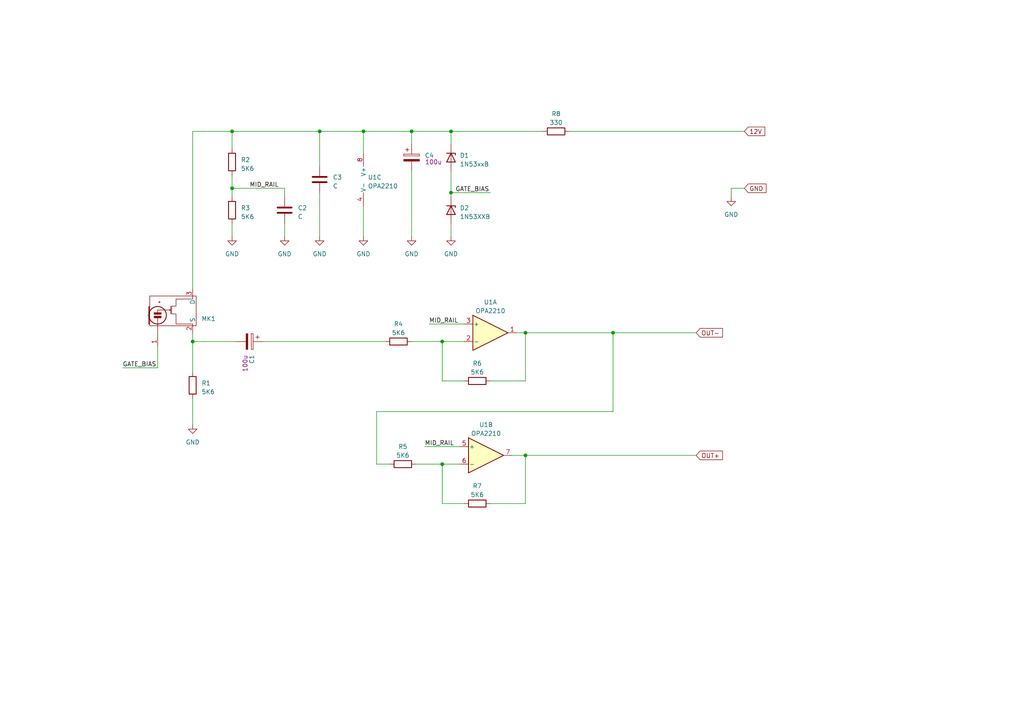
<source format=kicad_sch>
(kicad_sch (version 20230121) (generator eeschema)
  (paper "A4")
  (lib_symbols
    (symbol "Amplifier_Operational:OPA2210" (pin_names (offset 0.127))
      (property "Reference" "U" (at 0 5.08 0))
      (property "Value" "OPA2210" (at 0 -5.08 0))
      (symbol "OPA2210_1_1"
        (polyline (pts (xy -5.08 5.08) (xy 5.08 0) (xy -5.08 -5.08) (xy -5.08 5.08)) (stroke (width 0.254)) (fill (type background)))
        (pin output line (at 7.62 0 180) (length 2.54) (name "~") (number "1"))
        (pin input line (at -7.62 -2.54 0) (length 2.54) (name "-") (number "2"))
        (pin input line (at -7.62 2.54 0) (length 2.54) (name "+") (number "3"))
      )
      (symbol "OPA2210_2_1"
        (polyline (pts (xy -5.08 5.08) (xy 5.08 0) (xy -5.08 -5.08) (xy -5.08 5.08)) (stroke (width 0.254)) (fill (type background)))
        (pin input line (at -7.62 2.54 0) (length 2.54) (name "+") (number "5"))
        (pin input line (at -7.62 -2.54 0) (length 2.54) (name "-") (number "6"))
        (pin output line (at 7.62 0 180) (length 2.54) (name "~") (number "7"))
      )
      (symbol "OPA2210_3_1"
        (pin power_in line (at -2.54 -7.62 90) (length 3.81) (name "V-") (number "4"))
        (pin power_in line (at -2.54 7.62 270) (length 3.81) (name "V+") (number "8"))
      )
    )
    (symbol "Device:C" (pin_numbers hide) (pin_names (offset 0.254))
      (property "Reference" "C" (at 0.635 2.54 0))
      (property "Value" "C" (at 0.635 -2.54 0))
      (symbol "C_0_1"
        (polyline (pts (xy -2.032 -0.762) (xy 2.032 -0.762)) (stroke (width 0.508)))
        (polyline (pts (xy -2.032 0.762) (xy 2.032 0.762)) (stroke (width 0.508)))
      )
      (symbol "C_1_1"
        (pin passive line (at 0 3.81 270) (length 2.794) (name "~") (number "1"))
        (pin passive line (at 0 -3.81 90) (length 2.794) (name "~") (number "2"))
      )
    )
    (symbol "Device:C_Polarized" (pin_numbers hide) (pin_names (offset 0.254))
      (property "Reference" "C" (at 0.635 2.54 0))
      (property "Value" "C_Polarized" (at 0.635 -2.54 0))
      (symbol "C_Polarized_0_1"
        (rectangle (start -2.286 0.508) (end 2.286 1.016))
        (polyline (pts (xy -1.778 2.286) (xy -0.762 2.286)))
        (polyline (pts (xy -1.27 2.794) (xy -1.27 1.778)))
        (rectangle (start 2.286 -0.508) (end -2.286 -1.016) (fill (type outline)))
      )
      (symbol "C_Polarized_1_1"
        (pin passive line (at 0 3.81 270) (length 2.794) (name "~") (number "1"))
        (pin passive line (at 0 -3.81 90) (length 2.794) (name "~") (number "2"))
      )
    )
    (symbol "Device:Electret_3T"
      (property "Reference" "MK" (at -11.43 -1.27 0))
      (symbol "Electret_3T_0_1"
        (rectangle (start -8.636 4.318) (end 4.826 -4.318))
        (circle (center -6.35 -1.27) (radius 2.54) (stroke (width 0.254)))
        (rectangle (start -5.334 -1.524) (end -7.366 -2.032) (fill (type outline)))
        (rectangle (start -5.334 -0.508) (end -7.366 -1.016) (fill (type outline)))
        (polyline (pts (xy -8.89 1.27) (xy -8.89 -3.81)) (stroke (width 0.254)))
        (polyline (pts (xy -6.35 -7.62) (xy -6.35 -2.8194)))
        (polyline (pts (xy -6.35 -2.032) (xy -6.35 -2.794)))
        (polyline (pts (xy -6.35 -0.508) (xy -6.35 0.254)))
        (polyline (pts (xy -6.096 2.54) (xy -5.588 2.54)))
        (polyline (pts (xy -5.842 2.794) (xy -5.842 2.286)))
        (polyline (pts (xy -2.54 -0.889) (xy -2.54 1.397)))
        (polyline (pts (xy -6.35 0.254) (xy -2.667 0.254) (xy -2.8194 0.4318) (xy -2.8194 0.0762) (xy -2.667 0.254)))
        (polyline (pts (xy 3.81 3.81) (xy 3.81 3.429) (xy -1.016 3.429) (xy -1.016 1.397) (xy -2.286 1.397) (xy -2.286 -0.889) (xy -1.016 -0.889) (xy -1.016 -3.81) (xy 3.81 -3.81)))
      )
      (symbol "Electret_3T_1_1"
        (pin passive line (at -6.35 -10.16 90) (length 2.54) (name "") (number "1"))
        (pin passive line (at 3.81 -6.35 90) (length 2.54) (name "S") (number "2"))
        (pin passive line (at 3.81 6.35 270) (length 2.54) (name "D") (number "3"))
      )
    )
    (symbol "Device:R" (pin_numbers hide) (pin_names (offset 0))
      (property "Reference" "R" (at 2.032 0 90))
      (property "Value" "R" (at 0 0 90))
      (symbol "R_0_1"
        (rectangle (start -1.016 -2.54) (end 1.016 2.54) (stroke (width 0.254)))
      )
      (symbol "R_1_1"
        (pin passive line (at 0 3.81 270) (length 1.27) (name "~") (number "1"))
        (pin passive line (at 0 -3.81 90) (length 1.27) (name "~") (number "2"))
      )
    )
    (symbol "Diode:1N53xxB" (pin_numbers hide) (pin_names hide)
      (property "Reference" "D" (at 0 2.54 0))
      (property "Value" "1N53xxB" (at 0 -2.54 0))
      (symbol "1N53xxB_0_1"
        (polyline (pts (xy 1.27 0) (xy -1.27 0)))
        (polyline (pts (xy -1.27 -1.27) (xy -1.27 1.27) (xy -0.762 1.27)) (stroke (width 0.254)))
        (polyline (pts (xy 1.27 -1.27) (xy 1.27 1.27) (xy -1.27 0) (xy 1.27 -1.27)) (stroke (width 0.254)))
      )
      (symbol "1N53xxB_1_1"
        (pin passive line (at -3.81 0 0) (length 2.54) (name "K") (number "1"))
        (pin passive line (at 3.81 0 180) (length 2.54) (name "A") (number "2"))
      )
    )
    (symbol "power:GND" (power) (pin_names (offset 0))
      (property "Value" "GND" (at 0 -3.81 0))
      (symbol "GND_0_1"
        (polyline (pts (xy 0 0) (xy 0 -1.27) (xy 1.27 -1.27) (xy 0 -2.54) (xy -1.27 -1.27) (xy 0 -1.27)))
      )
      (symbol "GND_1_1"
        (pin power_in line (at 0 0 270) (length 0) hide (name "GND") (number "1"))
      )
    )
  )
  (junction (at 152.4 132.08))
  (junction (at 130.81 38.1))
  (junction (at 152.4 96.52))
  (junction (at 130.81 55.88))
  (junction (at 92.71 38.1))
  (junction (at 119.38 38.1))
  (junction (at 177.8 96.52))
  (junction (at 128.27 99.06))
  (junction (at 67.31 54.61))
  (junction (at 55.88 99.06))
  (junction (at 105.41 38.1))
  (junction (at 67.31 38.1))
  (junction (at 128.27 134.62))
  (wire (pts (xy 55.88 99.06) (xy 68.58 99.06)))
  (wire (pts (xy 128.27 110.49) (xy 128.27 99.06)))
  (wire (pts (xy 105.41 38.1) (xy 119.38 38.1)))
  (wire (pts (xy 92.71 48.26) (xy 92.71 38.1)))
  (wire (pts (xy 130.81 38.1) (xy 157.48 38.1)))
  (wire (pts (xy 92.71 55.88) (xy 92.71 68.58)))
  (wire (pts (xy 45.72 106.68) (xy 45.72 100.33)))
  (wire (pts (xy 120.65 134.62) (xy 128.27 134.62)))
  (wire (pts (xy 55.88 96.52) (xy 55.88 99.06)))
  (wire (pts (xy 67.31 64.77) (xy 67.31 68.58)))
  (wire (pts (xy 105.41 68.58) (xy 105.41 59.69)))
  (wire (pts (xy 119.38 38.1) (xy 130.81 38.1)))
  (wire (pts (xy 67.31 54.61) (xy 67.31 57.15)))
  (wire (pts (xy 128.27 146.05) (xy 128.27 134.62)))
  (wire (pts (xy 152.4 96.52) (xy 149.86 96.52)))
  (wire (pts (xy 177.8 96.52) (xy 201.93 96.52)))
  (wire (pts (xy 123.19 129.54) (xy 133.35 129.54)))
  (wire (pts (xy 67.31 50.8) (xy 67.31 54.61)))
  (wire (pts (xy 109.22 134.62) (xy 109.22 119.38)))
  (wire (pts (xy 130.81 41.91) (xy 130.81 38.1)))
  (wire (pts (xy 142.24 146.05) (xy 152.4 146.05)))
  (wire (pts (xy 152.4 110.49) (xy 152.4 96.52)))
  (wire (pts (xy 82.55 68.58) (xy 82.55 64.77)))
  (wire (pts (xy 119.38 49.53) (xy 119.38 68.58)))
  (wire (pts (xy 67.31 38.1) (xy 92.71 38.1)))
  (wire (pts (xy 128.27 134.62) (xy 133.35 134.62)))
  (wire (pts (xy 134.62 146.05) (xy 128.27 146.05)))
  (wire (pts (xy 55.88 99.06) (xy 55.88 107.95)))
  (wire (pts (xy 215.9 54.61) (xy 212.09 54.61)))
  (wire (pts (xy 212.09 54.61) (xy 212.09 57.15)))
  (wire (pts (xy 113.03 134.62) (xy 109.22 134.62)))
  (wire (pts (xy 165.1 38.1) (xy 215.9 38.1)))
  (wire (pts (xy 152.4 146.05) (xy 152.4 132.08)))
  (wire (pts (xy 201.93 132.08) (xy 152.4 132.08)))
  (wire (pts (xy 128.27 99.06) (xy 134.62 99.06)))
  (wire (pts (xy 142.24 110.49) (xy 152.4 110.49)))
  (wire (pts (xy 134.62 110.49) (xy 128.27 110.49)))
  (wire (pts (xy 130.81 55.88) (xy 130.81 57.15)))
  (wire (pts (xy 35.56 106.68) (xy 45.72 106.68)))
  (wire (pts (xy 119.38 41.91) (xy 119.38 38.1)))
  (wire (pts (xy 124.46 93.98) (xy 134.62 93.98)))
  (wire (pts (xy 55.88 83.82) (xy 55.88 38.1)))
  (wire (pts (xy 177.8 119.38) (xy 177.8 96.52)))
  (wire (pts (xy 177.8 96.52) (xy 152.4 96.52)))
  (wire (pts (xy 67.31 38.1) (xy 67.31 43.18)))
  (wire (pts (xy 119.38 99.06) (xy 128.27 99.06)))
  (wire (pts (xy 152.4 132.08) (xy 148.59 132.08)))
  (wire (pts (xy 105.41 44.45) (xy 105.41 38.1)))
  (wire (pts (xy 130.81 55.88) (xy 142.24 55.88)))
  (wire (pts (xy 55.88 38.1) (xy 67.31 38.1)))
  (wire (pts (xy 130.81 49.53) (xy 130.81 55.88)))
  (wire (pts (xy 92.71 38.1) (xy 105.41 38.1)))
  (wire (pts (xy 82.55 54.61) (xy 82.55 57.15)))
  (wire (pts (xy 76.2 99.06) (xy 111.76 99.06)))
  (wire (pts (xy 130.81 68.58) (xy 130.81 64.77)))
  (wire (pts (xy 55.88 115.57) (xy 55.88 123.19)))
  (wire (pts (xy 109.22 119.38) (xy 177.8 119.38)))
  (wire (pts (xy 67.31 54.61) (xy 82.55 54.61)))
  (label "MID_RAIL" (at 124.46 93.98 0))
  (label "MID_RAIL" (at 72.39 54.61 0))
  (label "GATE_BIAS" (at 35.56 106.68 0))
  (label "GATE_BIAS" (at 132.08 55.88 0))
  (label "MID_RAIL" (at 123.19 129.54 0))
  (global_label "OUT-" (shape input) (at 201.93 96.52 0) (property "Intersheetrefs" "${INTERSHEET_REFS}" (effects hide)))
  (global_label "12V" (shape input) (at 215.9 38.1 0) (property "Intersheetrefs" "${INTERSHEET_REFS}" (effects hide)))
  (global_label "GND" (shape input) (at 215.9 54.61 0) (property "Intersheetrefs" "${INTERSHEET_REFS}" (effects hide)))
  (global_label "OUT+" (shape input) (at 201.93 132.08 0) (property "Intersheetrefs" "${INTERSHEET_REFS}" (effects hide)))
  (symbol (lib_id "Device:R") (at 67.31 60.96 0) (unit 1)
    (property "Reference" "R3" (at 69.85 60.325 0) (effects (justify left)))
    (property "Value" "5K6" (at 69.85 62.865 0) (effects (justify left)))
    (property "Footprint" "Resistor_SMD:R_0603_1608Metric_Pad0.98x0.95mm_HandSolder" (effects hide))
  )
  (symbol (lib_id "Amplifier_Operational:OPA2210") (at 107.95 52.07 0) (unit 3)
    (property "Reference" "U1" (at 106.68 51.435 0) (effects (justify left)))
    (property "Value" "OPA2210" (at 106.68 53.975 0) (effects (justify left)))
    (property "Datasheet" "https://www.ti.com/lit/gpn/opa2210" (effects hide))
  )
  (symbol (lib_id "power:GND") (at 119.38 68.58 0) (unit 1)
    (property "Reference" "#PWR06" (effects hide))
    (property "Value" "GND" (at 119.38 73.66 0))
  )
  (symbol (lib_id "Device:R") (at 138.43 146.05 90) (unit 1)
    (property "Reference" "R7" (at 138.43 140.97 90))
    (property "Value" "5K6" (at 138.43 143.51 90))
    (property "Footprint" "Resistor_SMD:R_0603_1608Metric_Pad0.98x0.95mm_HandSolder" (effects hide))
  )
  (symbol (lib_id "power:GND") (at 130.81 68.58 0) (unit 1)
    (property "Reference" "#PWR07" (effects hide))
    (property "Value" "GND" (at 130.81 73.66 0))
  )
  (symbol (lib_id "Device:R") (at 67.31 46.99 0) (unit 1)
    (property "Reference" "R2" (at 69.85 46.355 0) (effects (justify left)))
    (property "Value" "5K6" (at 69.85 48.895 0) (effects (justify left)))
    (property "Footprint" "Resistor_SMD:R_0603_1608Metric_Pad0.98x0.95mm_HandSolder" (effects hide))
  )
  (symbol (lib_id "power:GND") (at 105.41 68.58 0) (unit 1)
    (property "Reference" "#PWR05" (effects hide))
    (property "Value" "GND" (at 105.41 73.66 0))
  )
  (symbol (lib_id "power:GND") (at 92.71 68.58 0) (unit 1)
    (property "Reference" "#PWR04" (effects hide))
    (property "Value" "GND" (at 92.71 73.66 0))
  )
  (symbol (lib_id "Diode:1N53xxB") (at 130.81 60.96 270) (unit 1)
    (property "Reference" "D2" (at 133.35 60.325 90) (effects (justify left)))
    (property "Value" "1N53XXB" (at 133.35 62.865 90) (effects (justify left)))
    (property "Footprint" "Diode_THT:D_DO-201_P15.24mm_Horizontal" (effects hide))
    (property "Datasheet" "https://diotec.com/tl_files/diotec/files/pdf/datasheets/1n5345b.pdf" (effects hide))
  )
  (symbol (lib_id "power:GND") (at 55.88 123.19 0) (unit 1)
    (property "Reference" "#PWR01" (effects hide))
    (property "Value" "GND" (at 55.88 128.27 0))
  )
  (symbol (lib_id "Device:R") (at 116.84 134.62 90) (unit 1)
    (property "Reference" "R5" (at 116.84 129.54 90))
    (property "Value" "5K6" (at 116.84 132.08 90))
    (property "Footprint" "Resistor_SMD:R_0603_1608Metric_Pad0.98x0.95mm_HandSolder" (effects hide))
  )
  (symbol (lib_id "Device:C") (at 92.71 52.07 0) (unit 1)
    (property "Reference" "C3" (at 96.52 51.435 0) (effects (justify left)))
    (property "Value" "C" (at 96.52 53.975 0) (effects (justify left)))
  )
  (symbol (lib_id "Amplifier_Operational:OPA2210") (at 142.24 96.52 0) (unit 1)
    (property "Reference" "U1" (at 142.24 87.63 0))
    (property "Value" "OPA2210" (at 142.24 90.17 0))
    (property "Datasheet" "https://www.ti.com/lit/gpn/opa2210" (effects hide))
  )
  (symbol (lib_id "Device:R") (at 55.88 111.76 0) (unit 1)
    (property "Reference" "R1" (at 58.42 111.125 0) (effects (justify left)))
    (property "Value" "5K6" (at 58.42 113.665 0) (effects (justify left)))
    (property "Footprint" "Resistor_SMD:R_0603_1608Metric_Pad0.98x0.95mm_HandSolder" (effects hide))
  )
  (symbol (lib_id "Device:Electret_3T") (at 52.07 90.17 0) (unit 1)
    (property "Reference" "MK1" (at 58.42 92.456 0) (effects (justify left)))
    (property "Value" "~" (at 43.18 91.44 0))
  )
  (symbol (lib_id "Device:C_Polarized") (at 119.38 45.72 0) (unit 1)
    (property "Reference" "C4" (at 123.19 45.085 0) (effects (justify left)))
    (property "Value" "UHE1H101MPD" (effects hide))
    (property "Footprint" "Capacitor_THT:CP_Radial_D8.0mm_P3.50mm" (effects hide))
    (property "Size" "100u" (at 125.73 46.99 0))
  )
  (symbol (lib_id "Device:R") (at 161.29 38.1 90) (unit 1)
    (property "Reference" "R8" (at 161.29 33.02 90))
    (property "Value" "330" (at 161.29 35.56 90))
    (property "Footprint" "Resistor_SMD:R_0603_1608Metric_Pad0.98x0.95mm_HandSolder" (effects hide))
  )
  (symbol (lib_id "power:GND") (at 212.09 57.15 0) (unit 1)
    (property "Reference" "#PWR08" (effects hide))
    (property "Value" "GND" (at 212.09 62.23 0))
  )
  (symbol (lib_id "Device:C") (at 82.55 60.96 0) (unit 1)
    (property "Reference" "C2" (at 86.36 60.325 0) (effects (justify left)))
    (property "Value" "C" (at 86.36 62.865 0) (effects (justify left)))
  )
  (symbol (lib_id "Diode:1N53xxB") (at 130.81 45.72 270) (unit 1)
    (property "Reference" "D1" (at 133.35 45.085 90) (effects (justify left)))
    (property "Value" "1N53xxB" (at 133.35 47.625 90) (effects (justify left)))
    (property "Footprint" "Diode_THT:D_DO-201_P15.24mm_Horizontal" (effects hide))
    (property "Datasheet" "https://diotec.com/tl_files/diotec/files/pdf/datasheets/1n5345b.pdf" (effects hide))
  )
  (symbol (lib_id "Amplifier_Operational:OPA2210") (at 140.97 132.08 0) (unit 2)
    (property "Reference" "U1" (at 140.97 123.19 0))
    (property "Value" "OPA2210" (at 140.97 125.73 0))
    (property "Datasheet" "https://www.ti.com/lit/gpn/opa2210" (effects hide))
  )
  (symbol (lib_id "Device:C_Polarized") (at 72.39 99.06 270) (unit 1)
    (property "Reference" "C1" (at 73.025 102.87 0) (effects (justify left)))
    (property "Value" "UHE1H101MPD" (effects hide))
    (property "Footprint" "Capacitor_THT:CP_Radial_D8.0mm_P3.50mm" (effects hide))
    (property "Size" "100u" (at 71.12 105.41 0))
  )
  (symbol (lib_id "Device:R") (at 138.43 110.49 90) (unit 1)
    (property "Reference" "R6" (at 138.43 105.41 90))
    (property "Value" "5K6" (at 138.43 107.95 90))
    (property "Footprint" "Resistor_SMD:R_0603_1608Metric_Pad0.98x0.95mm_HandSolder" (effects hide))
  )
  (symbol (lib_id "power:GND") (at 67.31 68.58 0) (unit 1)
    (property "Reference" "#PWR02" (effects hide))
    (property "Value" "GND" (at 67.31 73.66 0))
  )
  (symbol (lib_id "power:GND") (at 82.55 68.58 0) (unit 1)
    (property "Reference" "#PWR03" (effects hide))
    (property "Value" "GND" (at 82.55 73.66 0))
  )
  (symbol (lib_id "Device:R") (at 115.57 99.06 90) (unit 1)
    (property "Reference" "R4" (at 115.57 93.98 90))
    (property "Value" "5K6" (at 115.57 96.52 90))
    (property "Footprint" "Resistor_SMD:R_0603_1608Metric_Pad0.98x0.95mm_HandSolder" (effects hide))
  )
)
</source>
